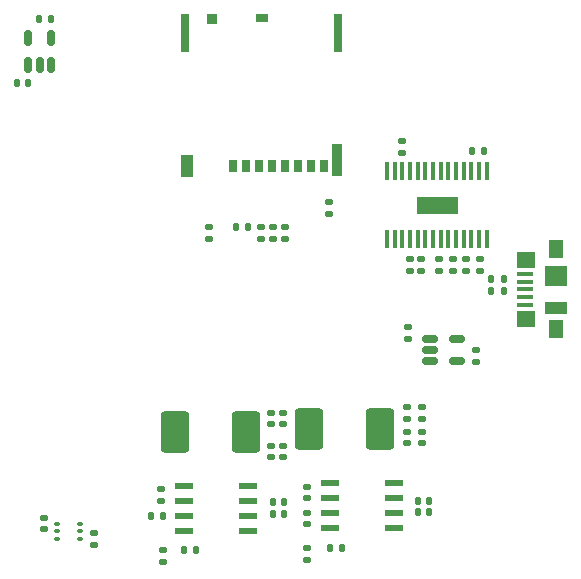
<source format=gbr>
%TF.GenerationSoftware,KiCad,Pcbnew,9.0.0*%
%TF.CreationDate,2025-03-25T10:56:33+03:00*%
%TF.ProjectId,Autopilot DronmarketV2,4175746f-7069-46c6-9f74-2044726f6e6d,rev?*%
%TF.SameCoordinates,Original*%
%TF.FileFunction,Paste,Bot*%
%TF.FilePolarity,Positive*%
%FSLAX46Y46*%
G04 Gerber Fmt 4.6, Leading zero omitted, Abs format (unit mm)*
G04 Created by KiCad (PCBNEW 9.0.0) date 2025-03-25 10:56:33*
%MOMM*%
%LPD*%
G01*
G04 APERTURE LIST*
G04 Aperture macros list*
%AMRoundRect*
0 Rectangle with rounded corners*
0 $1 Rounding radius*
0 $2 $3 $4 $5 $6 $7 $8 $9 X,Y pos of 4 corners*
0 Add a 4 corners polygon primitive as box body*
4,1,4,$2,$3,$4,$5,$6,$7,$8,$9,$2,$3,0*
0 Add four circle primitives for the rounded corners*
1,1,$1+$1,$2,$3*
1,1,$1+$1,$4,$5*
1,1,$1+$1,$6,$7*
1,1,$1+$1,$8,$9*
0 Add four rect primitives between the rounded corners*
20,1,$1+$1,$2,$3,$4,$5,0*
20,1,$1+$1,$4,$5,$6,$7,0*
20,1,$1+$1,$6,$7,$8,$9,0*
20,1,$1+$1,$8,$9,$2,$3,0*%
G04 Aperture macros list end*
%ADD10C,0.010000*%
%ADD11R,0.700000X1.100000*%
%ADD12R,1.140000X1.830000*%
%ADD13R,0.860000X2.800000*%
%ADD14R,0.700000X3.330000*%
%ADD15R,0.900000X0.930000*%
%ADD16R,1.050000X0.780000*%
%ADD17RoundRect,0.135000X0.135000X0.185000X-0.135000X0.185000X-0.135000X-0.185000X0.135000X-0.185000X0*%
%ADD18RoundRect,0.140000X-0.170000X0.140000X-0.170000X-0.140000X0.170000X-0.140000X0.170000X0.140000X0*%
%ADD19RoundRect,0.135000X0.185000X-0.135000X0.185000X0.135000X-0.185000X0.135000X-0.185000X-0.135000X0*%
%ADD20RoundRect,0.140000X0.140000X0.170000X-0.140000X0.170000X-0.140000X-0.170000X0.140000X-0.170000X0*%
%ADD21RoundRect,0.140000X-0.140000X-0.170000X0.140000X-0.170000X0.140000X0.170000X-0.140000X0.170000X0*%
%ADD22RoundRect,0.135000X-0.185000X0.135000X-0.185000X-0.135000X0.185000X-0.135000X0.185000X0.135000X0*%
%ADD23RoundRect,0.135000X-0.135000X-0.185000X0.135000X-0.185000X0.135000X0.185000X-0.135000X0.185000X0*%
%ADD24RoundRect,0.250000X-0.925000X-1.500000X0.925000X-1.500000X0.925000X1.500000X-0.925000X1.500000X0*%
%ADD25RoundRect,0.150000X0.150000X-0.512500X0.150000X0.512500X-0.150000X0.512500X-0.150000X-0.512500X0*%
%ADD26RoundRect,0.140000X0.170000X-0.140000X0.170000X0.140000X-0.170000X0.140000X-0.170000X-0.140000X0*%
%ADD27R,1.550000X0.600000*%
%ADD28RoundRect,0.150000X-0.512500X-0.150000X0.512500X-0.150000X0.512500X0.150000X-0.512500X0.150000X0*%
%ADD29RoundRect,0.037500X-0.187500X-0.112500X0.187500X-0.112500X0.187500X0.112500X-0.187500X0.112500X0*%
%ADD30R,1.380000X0.450000*%
%ADD31R,1.300000X1.650000*%
%ADD32R,1.550000X1.425000*%
%ADD33R,1.900000X1.800000*%
%ADD34R,1.900000X1.000000*%
%ADD35RoundRect,0.051250X-0.153750X0.688750X-0.153750X-0.688750X0.153750X-0.688750X0.153750X0.688750X0*%
G04 APERTURE END LIST*
D10*
%TO.C,U5*%
X188975000Y-69020500D02*
X185625000Y-69020500D01*
X185625000Y-67594500D01*
X188975000Y-67594500D01*
X188975000Y-69020500D01*
G36*
X188975000Y-69020500D02*
G01*
X185625000Y-69020500D01*
X185625000Y-67594500D01*
X188975000Y-67594500D01*
X188975000Y-69020500D01*
G37*
%TD*%
D11*
%TO.C,J10*%
X170030000Y-65040000D03*
X171130000Y-65040000D03*
X172230000Y-65040000D03*
X173330000Y-65040000D03*
X174430000Y-65040000D03*
X175530000Y-65040000D03*
X176630000Y-65040000D03*
X177730000Y-65040000D03*
D12*
X166150000Y-65025000D03*
D13*
X178810000Y-64540000D03*
D14*
X165930000Y-53775000D03*
X178890000Y-53775000D03*
D15*
X168240000Y-52575000D03*
D16*
X172505000Y-52500000D03*
%TD*%
D17*
%TO.C,R7*%
X192935000Y-74575000D03*
X191915000Y-74575000D03*
%TD*%
D18*
%TO.C,C20*%
X185000000Y-72920000D03*
X185000000Y-73880000D03*
%TD*%
%TO.C,C23*%
X184375000Y-62920000D03*
X184375000Y-63880000D03*
%TD*%
D19*
%TO.C,R16*%
X176275000Y-98380000D03*
X176275000Y-97360000D03*
%TD*%
D20*
%TO.C,C28*%
X186650000Y-93345000D03*
X185690000Y-93345000D03*
%TD*%
%TO.C,C30*%
X186650000Y-94310000D03*
X185690000Y-94310000D03*
%TD*%
D21*
%TO.C,C46*%
X151757500Y-57987500D03*
X152717500Y-57987500D03*
%TD*%
D17*
%TO.C,R6*%
X192935000Y-75550000D03*
X191915000Y-75550000D03*
%TD*%
D22*
%TO.C,R19*%
X178125000Y-68075000D03*
X178125000Y-69095000D03*
%TD*%
D23*
%TO.C,R15*%
X165915000Y-97525000D03*
X166935000Y-97525000D03*
%TD*%
D24*
%TO.C,L1*%
X165110000Y-87520000D03*
X171160000Y-87520000D03*
%TD*%
D25*
%TO.C,U10*%
X154612500Y-56462500D03*
X153662500Y-56462500D03*
X152712500Y-56462500D03*
X152712500Y-54187500D03*
X154612500Y-54187500D03*
%TD*%
D26*
%TO.C,C32*%
X176300000Y-95350000D03*
X176300000Y-94390000D03*
%TD*%
D21*
%TO.C,C48*%
X153637500Y-52537500D03*
X154597500Y-52537500D03*
%TD*%
D26*
%TO.C,C26*%
X185975000Y-73880000D03*
X185975000Y-72920000D03*
%TD*%
D22*
%TO.C,R18*%
X172400000Y-70165000D03*
X172400000Y-71185000D03*
%TD*%
D19*
%TO.C,R13*%
X189725000Y-73910000D03*
X189725000Y-72890000D03*
%TD*%
D18*
%TO.C,C43*%
X174230000Y-85930000D03*
X174230000Y-86890000D03*
%TD*%
D20*
%TO.C,C29*%
X174380000Y-93475000D03*
X173420000Y-93475000D03*
%TD*%
D24*
%TO.C,L2*%
X176425000Y-87305000D03*
X182475000Y-87305000D03*
%TD*%
D22*
%TO.C,R22*%
X173425000Y-70165000D03*
X173425000Y-71185000D03*
%TD*%
D18*
%TO.C,C45*%
X184875000Y-78675000D03*
X184875000Y-79635000D03*
%TD*%
%TO.C,C37*%
X173210000Y-85920000D03*
X173210000Y-86880000D03*
%TD*%
%TO.C,C24*%
X187500000Y-72920000D03*
X187500000Y-73880000D03*
%TD*%
%TO.C,C34*%
X163975000Y-92395000D03*
X163975000Y-93355000D03*
%TD*%
%TO.C,C36*%
X154000000Y-94820000D03*
X154000000Y-95780000D03*
%TD*%
D22*
%TO.C,R21*%
X167975000Y-70165000D03*
X167975000Y-71185000D03*
%TD*%
D19*
%TO.C,R14*%
X164125000Y-98535000D03*
X164125000Y-97515000D03*
%TD*%
D26*
%TO.C,C44*%
X186000000Y-88500000D03*
X186000000Y-87540000D03*
%TD*%
D22*
%TO.C,R9*%
X188700000Y-72880000D03*
X188700000Y-73900000D03*
%TD*%
D18*
%TO.C,C38*%
X184725000Y-85440000D03*
X184725000Y-86400000D03*
%TD*%
D27*
%TO.C,U6*%
X171325000Y-92100000D03*
X171325000Y-93370000D03*
X171325000Y-94640000D03*
X171325000Y-95910000D03*
X165925000Y-95910000D03*
X165925000Y-94640000D03*
X165925000Y-93370000D03*
X165925000Y-92100000D03*
%TD*%
D28*
%TO.C,U9*%
X186712500Y-81537500D03*
X186712500Y-80587500D03*
X186712500Y-79637500D03*
X188987500Y-79637500D03*
X188987500Y-81537500D03*
%TD*%
D27*
%TO.C,U7*%
X183675000Y-91865000D03*
X183675000Y-93135000D03*
X183675000Y-94405000D03*
X183675000Y-95675000D03*
X178275000Y-95675000D03*
X178275000Y-94405000D03*
X178275000Y-93135000D03*
X178275000Y-91865000D03*
%TD*%
D20*
%TO.C,C27*%
X174380000Y-94450000D03*
X173420000Y-94450000D03*
%TD*%
D26*
%TO.C,C39*%
X173210000Y-89640000D03*
X173210000Y-88680000D03*
%TD*%
D29*
%TO.C,U8*%
X155100000Y-96575000D03*
X155100000Y-95925000D03*
X155100000Y-95275000D03*
X157050000Y-95275000D03*
X157050000Y-95925000D03*
X157050000Y-96575000D03*
%TD*%
D18*
%TO.C,C35*%
X176300000Y-92170000D03*
X176300000Y-93130000D03*
%TD*%
D20*
%TO.C,C50*%
X171280000Y-70175000D03*
X170320000Y-70175000D03*
%TD*%
D26*
%TO.C,C40*%
X184750000Y-88500000D03*
X184750000Y-87540000D03*
%TD*%
%TO.C,C33*%
X158225000Y-97075000D03*
X158225000Y-96115000D03*
%TD*%
D18*
%TO.C,C47*%
X190575000Y-80600000D03*
X190575000Y-81560000D03*
%TD*%
D26*
%TO.C,C41*%
X174230000Y-89640000D03*
X174230000Y-88680000D03*
%TD*%
D30*
%TO.C,J8*%
X194740000Y-74150000D03*
X194740000Y-74800000D03*
X194740000Y-75450000D03*
X194740000Y-76100000D03*
X194740000Y-76750000D03*
D31*
X197400000Y-72075000D03*
D32*
X194825000Y-72962500D03*
D33*
X197400000Y-74300000D03*
D34*
X197400000Y-77000000D03*
D32*
X194825000Y-77937500D03*
D31*
X197400000Y-78825000D03*
%TD*%
D22*
%TO.C,R12*%
X190925000Y-72890000D03*
X190925000Y-73910000D03*
%TD*%
D23*
%TO.C,R11*%
X190250000Y-63725000D03*
X191270000Y-63725000D03*
%TD*%
D22*
%TO.C,R20*%
X174475000Y-70165000D03*
X174475000Y-71185000D03*
%TD*%
D23*
%TO.C,R17*%
X178265000Y-97345000D03*
X179285000Y-97345000D03*
%TD*%
D35*
%TO.C,U5*%
X183075000Y-65432500D03*
X183725000Y-65432500D03*
X184375000Y-65432500D03*
X185025000Y-65432500D03*
X185675000Y-65432500D03*
X186325000Y-65432500D03*
X186975000Y-65432500D03*
X187625000Y-65432500D03*
X188275000Y-65432500D03*
X188925000Y-65432500D03*
X189575000Y-65432500D03*
X190225000Y-65432500D03*
X190875000Y-65432500D03*
X191525000Y-65432500D03*
X191525000Y-71182500D03*
X190875000Y-71182500D03*
X190225000Y-71182500D03*
X189575000Y-71182500D03*
X188925000Y-71182500D03*
X188275000Y-71182500D03*
X187625000Y-71182500D03*
X186975000Y-71182500D03*
X186325000Y-71182500D03*
X185675000Y-71182500D03*
X185025000Y-71182500D03*
X184375000Y-71182500D03*
X183725000Y-71182500D03*
X183075000Y-71182500D03*
%TD*%
D18*
%TO.C,C42*%
X186000000Y-85440000D03*
X186000000Y-86400000D03*
%TD*%
D21*
%TO.C,C31*%
X163120000Y-94650000D03*
X164080000Y-94650000D03*
%TD*%
M02*

</source>
